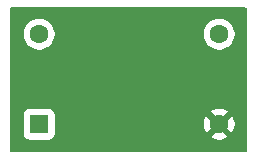
<source format=gbr>
%TF.GenerationSoftware,KiCad,Pcbnew,9.0.4*%
%TF.CreationDate,2025-11-29T15:55:59+01:00*%
%TF.ProjectId,SMD OSC Adapter,534d4420-4f53-4432-9041-646170746572,rev?*%
%TF.SameCoordinates,Original*%
%TF.FileFunction,Copper,L2,Bot*%
%TF.FilePolarity,Positive*%
%FSLAX46Y46*%
G04 Gerber Fmt 4.6, Leading zero omitted, Abs format (unit mm)*
G04 Created by KiCad (PCBNEW 9.0.4) date 2025-11-29 15:55:59*
%MOMM*%
%LPD*%
G01*
G04 APERTURE LIST*
%TA.AperFunction,ComponentPad*%
%ADD10R,1.600000X1.600000*%
%TD*%
%TA.AperFunction,ComponentPad*%
%ADD11C,1.600000*%
%TD*%
%TA.AperFunction,ViaPad*%
%ADD12C,0.600000*%
%TD*%
G04 APERTURE END LIST*
D10*
%TO.P,Y4,1,EN*%
%TO.N,/OE*%
X84153000Y-68927800D03*
D11*
%TO.P,Y4,7,GND*%
%TO.N,GND*%
X99393000Y-68927800D03*
%TO.P,Y4,8,OUT*%
%TO.N,/OUT*%
X99393000Y-61307800D03*
%TO.P,Y4,14,Vcc*%
%TO.N,VCC*%
X84153000Y-61307800D03*
%TD*%
D12*
%TO.N,GND*%
X88900000Y-65913000D03*
%TD*%
%TA.AperFunction,Conductor*%
%TO.N,GND*%
G36*
X101677539Y-59067185D02*
G01*
X101723294Y-59119989D01*
X101734500Y-59171500D01*
X101734500Y-71130500D01*
X101714815Y-71197539D01*
X101662011Y-71243294D01*
X101610500Y-71254500D01*
X81777500Y-71254500D01*
X81710461Y-71234815D01*
X81664706Y-71182011D01*
X81653500Y-71130500D01*
X81653500Y-68079935D01*
X82852500Y-68079935D01*
X82852500Y-69775670D01*
X82852501Y-69775676D01*
X82858908Y-69835283D01*
X82909202Y-69970128D01*
X82909206Y-69970135D01*
X82995452Y-70085344D01*
X82995455Y-70085347D01*
X83110664Y-70171593D01*
X83110671Y-70171597D01*
X83245517Y-70221891D01*
X83245516Y-70221891D01*
X83252444Y-70222635D01*
X83305127Y-70228300D01*
X85000872Y-70228299D01*
X85060483Y-70221891D01*
X85195331Y-70171596D01*
X85310546Y-70085346D01*
X85396796Y-69970131D01*
X85416732Y-69916681D01*
X85416733Y-69916679D01*
X85447090Y-69835285D01*
X85447091Y-69835283D01*
X85453500Y-69775673D01*
X85453499Y-68825482D01*
X98093000Y-68825482D01*
X98093000Y-69030117D01*
X98125009Y-69232217D01*
X98188244Y-69426831D01*
X98281141Y-69609150D01*
X98281147Y-69609159D01*
X98313523Y-69653721D01*
X98313524Y-69653722D01*
X98993000Y-68974246D01*
X98993000Y-68980461D01*
X99020259Y-69082194D01*
X99072920Y-69173406D01*
X99147394Y-69247880D01*
X99238606Y-69300541D01*
X99340339Y-69327800D01*
X99346553Y-69327800D01*
X98667076Y-70007274D01*
X98711650Y-70039659D01*
X98893968Y-70132555D01*
X99088582Y-70195790D01*
X99290683Y-70227800D01*
X99495317Y-70227800D01*
X99697417Y-70195790D01*
X99892031Y-70132555D01*
X100074349Y-70039659D01*
X100118921Y-70007274D01*
X99439447Y-69327800D01*
X99445661Y-69327800D01*
X99547394Y-69300541D01*
X99638606Y-69247880D01*
X99713080Y-69173406D01*
X99765741Y-69082194D01*
X99793000Y-68980461D01*
X99793000Y-68974247D01*
X100472474Y-69653721D01*
X100504859Y-69609149D01*
X100597755Y-69426831D01*
X100660990Y-69232217D01*
X100693000Y-69030117D01*
X100693000Y-68825482D01*
X100660990Y-68623382D01*
X100597755Y-68428768D01*
X100504859Y-68246450D01*
X100472474Y-68201877D01*
X100472474Y-68201876D01*
X99793000Y-68881351D01*
X99793000Y-68875139D01*
X99765741Y-68773406D01*
X99713080Y-68682194D01*
X99638606Y-68607720D01*
X99547394Y-68555059D01*
X99445661Y-68527800D01*
X99439446Y-68527800D01*
X100118922Y-67848324D01*
X100118921Y-67848323D01*
X100074359Y-67815947D01*
X100074350Y-67815941D01*
X99892031Y-67723044D01*
X99697417Y-67659809D01*
X99495317Y-67627800D01*
X99290683Y-67627800D01*
X99088582Y-67659809D01*
X98893968Y-67723044D01*
X98711644Y-67815943D01*
X98667077Y-67848323D01*
X98667077Y-67848324D01*
X99346554Y-68527800D01*
X99340339Y-68527800D01*
X99238606Y-68555059D01*
X99147394Y-68607720D01*
X99072920Y-68682194D01*
X99020259Y-68773406D01*
X98993000Y-68875139D01*
X98993000Y-68881353D01*
X98313524Y-68201877D01*
X98313523Y-68201877D01*
X98281143Y-68246444D01*
X98188244Y-68428768D01*
X98125009Y-68623382D01*
X98093000Y-68825482D01*
X85453499Y-68825482D01*
X85453499Y-68079928D01*
X85447091Y-68020317D01*
X85447091Y-68020316D01*
X85416731Y-67938916D01*
X85396797Y-67885471D01*
X85396793Y-67885464D01*
X85310547Y-67770255D01*
X85310544Y-67770252D01*
X85195335Y-67684006D01*
X85195328Y-67684002D01*
X85060482Y-67633708D01*
X85060483Y-67633708D01*
X85000883Y-67627301D01*
X85000881Y-67627300D01*
X85000873Y-67627300D01*
X85000864Y-67627300D01*
X83305129Y-67627300D01*
X83305123Y-67627301D01*
X83245516Y-67633708D01*
X83110671Y-67684002D01*
X83110664Y-67684006D01*
X82995455Y-67770252D01*
X82995452Y-67770255D01*
X82909206Y-67885464D01*
X82909202Y-67885471D01*
X82858908Y-68020317D01*
X82852501Y-68079916D01*
X82852501Y-68079923D01*
X82852500Y-68079935D01*
X81653500Y-68079935D01*
X81653500Y-61205448D01*
X82852500Y-61205448D01*
X82852500Y-61410151D01*
X82884522Y-61612334D01*
X82947781Y-61807023D01*
X83040715Y-61989413D01*
X83161028Y-62155013D01*
X83305786Y-62299771D01*
X83460749Y-62412356D01*
X83471390Y-62420087D01*
X83587607Y-62479303D01*
X83653776Y-62513018D01*
X83653778Y-62513018D01*
X83653781Y-62513020D01*
X83758137Y-62546927D01*
X83848465Y-62576277D01*
X83949557Y-62592288D01*
X84050648Y-62608300D01*
X84050649Y-62608300D01*
X84255351Y-62608300D01*
X84255352Y-62608300D01*
X84457534Y-62576277D01*
X84652219Y-62513020D01*
X84834610Y-62420087D01*
X84927590Y-62352532D01*
X85000213Y-62299771D01*
X85000215Y-62299768D01*
X85000219Y-62299766D01*
X85144966Y-62155019D01*
X85144968Y-62155015D01*
X85144971Y-62155013D01*
X85197732Y-62082390D01*
X85265287Y-61989410D01*
X85358220Y-61807019D01*
X85421477Y-61612334D01*
X85453500Y-61410152D01*
X85453500Y-61205448D01*
X98092500Y-61205448D01*
X98092500Y-61410151D01*
X98124522Y-61612334D01*
X98187781Y-61807023D01*
X98280715Y-61989413D01*
X98401028Y-62155013D01*
X98545786Y-62299771D01*
X98700749Y-62412356D01*
X98711390Y-62420087D01*
X98827607Y-62479303D01*
X98893776Y-62513018D01*
X98893778Y-62513018D01*
X98893781Y-62513020D01*
X98998137Y-62546927D01*
X99088465Y-62576277D01*
X99189557Y-62592288D01*
X99290648Y-62608300D01*
X99290649Y-62608300D01*
X99495351Y-62608300D01*
X99495352Y-62608300D01*
X99697534Y-62576277D01*
X99892219Y-62513020D01*
X100074610Y-62420087D01*
X100167590Y-62352532D01*
X100240213Y-62299771D01*
X100240215Y-62299768D01*
X100240219Y-62299766D01*
X100384966Y-62155019D01*
X100384968Y-62155015D01*
X100384971Y-62155013D01*
X100437732Y-62082390D01*
X100505287Y-61989410D01*
X100598220Y-61807019D01*
X100661477Y-61612334D01*
X100693500Y-61410152D01*
X100693500Y-61205448D01*
X100661477Y-61003266D01*
X100598220Y-60808581D01*
X100598218Y-60808578D01*
X100598218Y-60808576D01*
X100564503Y-60742407D01*
X100505287Y-60626190D01*
X100497556Y-60615549D01*
X100384971Y-60460586D01*
X100240213Y-60315828D01*
X100074613Y-60195515D01*
X100074612Y-60195514D01*
X100074610Y-60195513D01*
X100017653Y-60166491D01*
X99892223Y-60102581D01*
X99697534Y-60039322D01*
X99522995Y-60011678D01*
X99495352Y-60007300D01*
X99290648Y-60007300D01*
X99266329Y-60011151D01*
X99088465Y-60039322D01*
X98893776Y-60102581D01*
X98711386Y-60195515D01*
X98545786Y-60315828D01*
X98401028Y-60460586D01*
X98280715Y-60626186D01*
X98187781Y-60808576D01*
X98124522Y-61003265D01*
X98092500Y-61205448D01*
X85453500Y-61205448D01*
X85421477Y-61003266D01*
X85358220Y-60808581D01*
X85358218Y-60808578D01*
X85358218Y-60808576D01*
X85324503Y-60742407D01*
X85265287Y-60626190D01*
X85257556Y-60615549D01*
X85144971Y-60460586D01*
X85000213Y-60315828D01*
X84834613Y-60195515D01*
X84834612Y-60195514D01*
X84834610Y-60195513D01*
X84777653Y-60166491D01*
X84652223Y-60102581D01*
X84457534Y-60039322D01*
X84282995Y-60011678D01*
X84255352Y-60007300D01*
X84050648Y-60007300D01*
X84026329Y-60011151D01*
X83848465Y-60039322D01*
X83653776Y-60102581D01*
X83471386Y-60195515D01*
X83305786Y-60315828D01*
X83161028Y-60460586D01*
X83040715Y-60626186D01*
X82947781Y-60808576D01*
X82884522Y-61003265D01*
X82852500Y-61205448D01*
X81653500Y-61205448D01*
X81653500Y-59171500D01*
X81673185Y-59104461D01*
X81725989Y-59058706D01*
X81777500Y-59047500D01*
X101610500Y-59047500D01*
X101677539Y-59067185D01*
G37*
%TD.AperFunction*%
%TD*%
M02*

</source>
